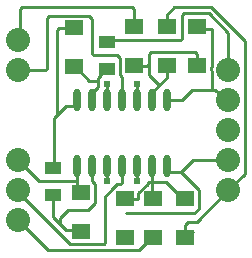
<source format=gtl>
G04*
G04 #@! TF.GenerationSoftware,Altium Limited,Altium Designer,24.9.1 (31)*
G04*
G04 Layer_Physical_Order=1*
G04 Layer_Color=255*
%FSLAX44Y44*%
%MOMM*%
G71*
G04*
G04 #@! TF.SameCoordinates,199308C6-6F5E-48ED-9931-2BF6940419F3*
G04*
G04*
G04 #@! TF.FilePolarity,Positive*
G04*
G01*
G75*
%ADD10C,0.2540*%
%ADD12O,0.6096X1.8796*%
G04:AMPARAMS|DCode=13|XSize=1.27mm|YSize=1.6002mm|CornerRadius=0.0064mm|HoleSize=0mm|Usage=FLASHONLY|Rotation=90.000|XOffset=0mm|YOffset=0mm|HoleType=Round|Shape=RoundedRectangle|*
%AMROUNDEDRECTD13*
21,1,1.2700,1.5875,0,0,90.0*
21,1,1.2573,1.6002,0,0,90.0*
1,1,0.0127,0.7938,0.6287*
1,1,0.0127,0.7938,-0.6287*
1,1,0.0127,-0.7938,-0.6287*
1,1,0.0127,-0.7938,0.6287*
%
%ADD13ROUNDEDRECTD13*%
G04:AMPARAMS|DCode=14|XSize=1.0922mm|YSize=1.2954mm|CornerRadius=0.0055mm|HoleSize=0mm|Usage=FLASHONLY|Rotation=270.000|XOffset=0mm|YOffset=0mm|HoleType=Round|Shape=RoundedRectangle|*
%AMROUNDEDRECTD14*
21,1,1.0922,1.2845,0,0,270.0*
21,1,1.0813,1.2954,0,0,270.0*
1,1,0.0109,-0.6422,-0.5406*
1,1,0.0109,-0.6422,0.5406*
1,1,0.0109,0.6422,0.5406*
1,1,0.0109,0.6422,-0.5406*
%
%ADD14ROUNDEDRECTD14*%
%ADD19C,2.0320*%
%ADD20C,0.6096*%
D10*
X247650Y185515D02*
G03*
X247398Y182639I13716J-2652D01*
G01*
X224790Y40640D02*
Y52070D01*
X135450Y47430D02*
X137160Y45720D01*
X224790Y40640D02*
X226378D01*
X196469D02*
X198120D01*
X226378D02*
X231458Y45720D01*
X224790Y52070D02*
X227330Y54610D01*
X155992Y35560D02*
X157480Y37048D01*
X245110Y231140D02*
X261366Y214884D01*
X211193Y96520D02*
X221632D01*
X231775Y106664D01*
X221632Y96520D02*
X236601Y81551D01*
X160020Y208280D02*
X220762D01*
X250436Y166290D02*
X259263Y157464D01*
X259080Y185149D02*
X261366Y182864D01*
Y214884D01*
X231775Y106664D02*
X261366D01*
X247650Y166290D02*
Y169882D01*
Y166290D02*
X250436D01*
X247398Y182639D02*
X247650Y169882D01*
X231301Y166290D02*
X247650D01*
X86578Y236220D02*
X180122D01*
X116840Y144780D02*
Y216952D01*
X109438Y228600D02*
X143510D01*
X146050Y226060D01*
X85090Y234732D02*
X86578Y236220D01*
X146050Y197068D02*
Y226060D01*
X247650Y185515D02*
Y218222D01*
X236438D02*
X247650D01*
X195798Y198120D02*
X233462D01*
X223738Y231140D02*
X245110D01*
X222250Y229652D02*
X223738Y231140D01*
X222250Y209768D02*
Y229652D01*
X215900Y236220D02*
X247214D01*
X209550Y229870D02*
X215900Y236220D01*
X209550Y219710D02*
Y229870D01*
X234950Y186690D02*
Y196632D01*
X220762Y208280D02*
X222250Y209768D01*
X234950Y219710D02*
X236438Y218222D01*
X233462Y198120D02*
X234950Y196632D01*
X222491Y157480D02*
X231301Y166290D01*
X209550Y157480D02*
X222491D01*
X180122Y236220D02*
X181610Y234732D01*
X247214Y236220D02*
X275336Y208098D01*
X181610Y219710D02*
Y234732D01*
X259263Y157464D02*
X261366D01*
X108949Y30480D02*
X186309D01*
X83566Y55863D02*
X108949Y30480D01*
X142647Y64526D02*
X148971Y70849D01*
X125581Y64526D02*
X142647D01*
X83566Y79612D02*
X127618Y35560D01*
X157480Y37048D02*
Y76200D01*
X127618Y35560D02*
X155992D01*
X85090Y209788D02*
Y234732D01*
X107950Y227112D02*
X109438Y228600D01*
X116840Y216952D02*
X118328Y218440D01*
X107950Y184368D02*
Y227112D01*
X118328Y218440D02*
X130810D01*
X227330Y54610D02*
X234713D01*
X208534Y88265D02*
X223139Y73660D01*
X224790D01*
X236601Y65769D02*
Y81551D01*
X232817Y61986D02*
X236601Y65769D01*
X175233Y61986D02*
X232817D01*
X234713Y54610D02*
X261366Y81264D01*
X186309Y30480D02*
X196469Y40640D01*
X275336Y95233D02*
Y208098D01*
X261366Y81264D02*
X275336Y95233D01*
X119257Y52756D02*
X124584Y47430D01*
X119257Y52756D02*
Y58202D01*
X124584Y47430D02*
X135450D01*
X113030Y58984D02*
Y77470D01*
Y58984D02*
X119257Y52756D01*
Y58202D02*
X125581Y64526D01*
X131707Y152400D02*
X133350Y154043D01*
X124460Y152400D02*
X131707D01*
X133350Y154043D02*
Y157480D01*
X146050D02*
Y163830D01*
X196850Y74930D02*
X198120Y73660D01*
X193675Y88265D02*
X196850D01*
Y74930D02*
Y88265D01*
X173990Y73660D02*
X174208Y73878D01*
X185420Y78740D02*
X193675Y86995D01*
Y88265D01*
X185420Y73878D02*
Y78740D01*
X174208Y73878D02*
X185420D01*
X166988Y86360D02*
X169962D01*
X162179Y80899D02*
Y81551D01*
X166988Y86360D01*
X169962D02*
X171450Y87848D01*
X157480Y76200D02*
X162179Y80899D01*
X116840Y144780D02*
X124460Y152400D01*
X114300Y101600D02*
Y142240D01*
X116840Y144780D01*
X113030Y100330D02*
X114300Y101600D01*
X209550Y98163D02*
Y101600D01*
X196850Y88265D02*
X208534D01*
X209550Y98163D02*
X211193Y96520D01*
X196850Y88265D02*
Y101600D01*
X151130Y168910D02*
Y173990D01*
X146050Y163830D02*
X151130Y168910D01*
X171450Y157480D02*
Y177148D01*
X158750Y157480D02*
Y171450D01*
X184150Y157480D02*
Y171450D01*
X194310Y179070D02*
X203200Y170180D01*
X196850Y157480D02*
Y163830D01*
X203200Y170180D01*
X209550Y176530D01*
X194310Y196632D02*
X195798Y198120D01*
X194310Y188178D02*
Y196632D01*
X151130Y176530D02*
X153543Y178943D01*
Y179959D01*
X169654Y178944D02*
Y193566D01*
X192822Y186690D02*
X194310Y188178D01*
X157734Y184150D02*
X158750D01*
X169654Y178944D02*
X171450Y177148D01*
X153543Y179959D02*
X157734Y184150D01*
X167640Y195580D02*
X169654Y193566D01*
X181610Y186690D02*
X192822D01*
X209550Y176530D02*
Y186690D01*
X194310Y179070D02*
Y188178D01*
X130810Y185420D02*
X132461D01*
X83566Y208263D02*
X85090Y209788D01*
X132461Y185420D02*
X143891Y173990D01*
X147538Y195580D02*
X167640D01*
X143891Y173990D02*
X151130D01*
Y176530D01*
X158750Y207010D02*
X160020Y208280D01*
X146050Y197068D02*
X147538Y195580D01*
X106462Y182880D02*
X107950Y184368D01*
X83582Y182880D02*
X106462D01*
X83566Y182864D02*
X83582Y182880D01*
X184150Y88900D02*
Y101600D01*
X171450Y87848D02*
Y101600D01*
X83566Y79612D02*
Y81264D01*
X101329Y88900D02*
X133350D01*
Y82550D02*
X137160Y78740D01*
X148971Y70849D02*
Y86631D01*
X83566Y106664D02*
X101329Y88900D01*
X133350D02*
Y101600D01*
Y82550D02*
Y88900D01*
X146050Y89552D02*
X148971Y86631D01*
X146050Y89552D02*
Y101600D01*
X158750Y88900D02*
Y101600D01*
D12*
X209550D02*
D03*
X196850D02*
D03*
X184150D02*
D03*
X171450D02*
D03*
X158750D02*
D03*
X146050D02*
D03*
X133350D02*
D03*
Y157480D02*
D03*
X146050D02*
D03*
X158750D02*
D03*
X171450D02*
D03*
X184150D02*
D03*
X196850D02*
D03*
X209550D02*
D03*
D13*
X234950Y219710D02*
D03*
Y186690D02*
D03*
X198120Y73660D02*
D03*
Y40640D02*
D03*
X209550Y186690D02*
D03*
Y219710D02*
D03*
X181610Y186690D02*
D03*
Y219710D02*
D03*
X224790Y73660D02*
D03*
Y40640D02*
D03*
X137160Y78740D02*
D03*
Y45720D02*
D03*
X173990Y40640D02*
D03*
Y73660D02*
D03*
X130810Y218440D02*
D03*
Y185420D02*
D03*
D14*
X113030Y100330D02*
D03*
Y77470D02*
D03*
X158750Y207010D02*
D03*
Y184150D02*
D03*
D19*
X261366Y81264D02*
D03*
X83566Y55863D02*
D03*
X261366Y106664D02*
D03*
X83566Y81264D02*
D03*
X261366Y132064D02*
D03*
X83566Y106664D02*
D03*
X261366Y157464D02*
D03*
X83566Y182864D02*
D03*
X261366D02*
D03*
X83566Y208263D02*
D03*
D20*
X184150Y88900D02*
D03*
X158750Y171450D02*
D03*
X184150D02*
D03*
X158750Y88900D02*
D03*
M02*

</source>
